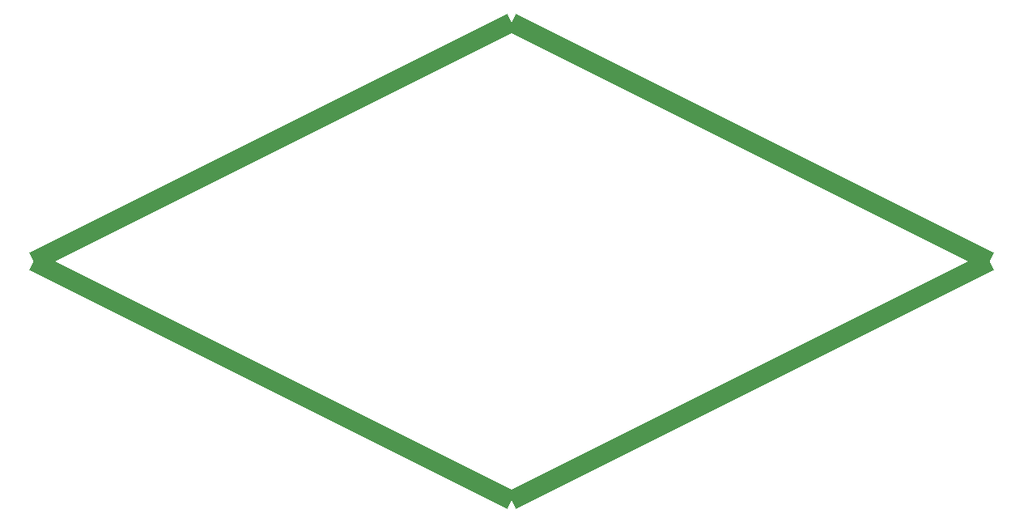
<source format=gbr>
%FSLAX24Y24*%
%MOMM*%

%AMOMC*
0 width the logo *
$1=100 *
0 height the logo *
$2=50 *
0 logo outline width *
$3=2 *
0 outline first *
20,1,$3,-$1/2,0,0,$2/2,0*
20,1,$3,-$1/2,0,0,-$2/2,0*
20,1,$3,0,$2/2,$1/2,0,0*
20,1,$3,0,-$2/2,$1/2,0,0*%

%ADD10OMC*%

D10*
X0Y0D03*
M02*

</source>
